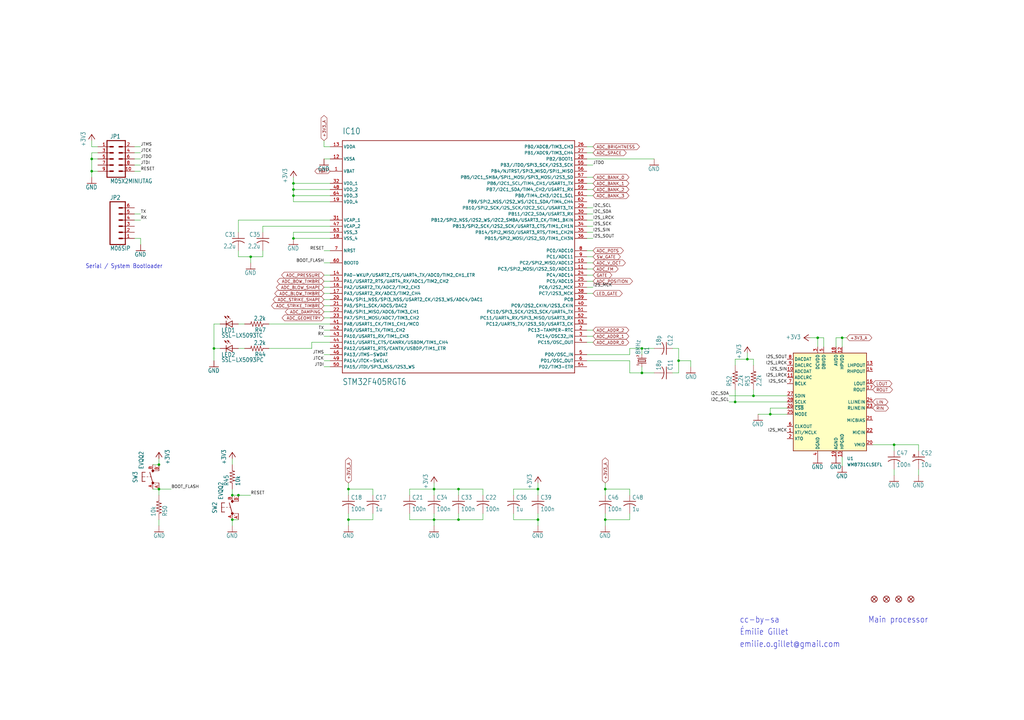
<source format=kicad_sch>
(kicad_sch (version 20211123) (generator eeschema)
  (paper "User" 425.45 299.161)
  (lib_symbols
    (symbol "Audio:WM8731CLSEFL"
      (property "Reference" "U" (at -13.97 21.59 0))
      (property "Value" "WM8731CLSEFL" (at 0 5.08 0))
      (symbol "WM8731CLSEFL_1_1"
        (pin input line (at -17.78 -12.7 0) (length 2.54) (name "XTI/MCLK") (number "1"))
        (pin output line (at -17.78 12.7 0) (length 2.54) (name "ADCDAT") (number "10"))
        (pin bidirectional line (at -17.78 10.16 0) (length 2.54) (name "ADCLRC") (number "11"))
        (pin power_in line (at 5.08 22.86 270) (length 2.54) (name "HPVDD") (number "12"))
        (pin output line (at 17.78 15.24 180) (length 2.54) (name "LHPOUT") (number "13"))
        (pin output line (at 17.78 12.7 180) (length 2.54) (name "RHPOUT") (number "14"))
        (pin power_in line (at 5.08 -22.86 90) (length 2.54) (name "HPGND") (number "15"))
        (pin output line (at 17.78 7.62 180) (length 2.54) (name "LOUT") (number "16"))
        (pin output line (at 17.78 5.08 180) (length 2.54) (name "ROUT") (number "17"))
        (pin power_in line (at 2.54 22.86 270) (length 2.54) (name "AVDD") (number "18"))
        (pin power_in line (at 2.54 -22.86 90) (length 2.54) (name "AGND") (number "19"))
        (pin output line (at -17.78 -15.24 0) (length 2.54) (name "XTO") (number "2"))
        (pin passive line (at 17.78 -17.78 180) (length 2.54) (name "VMID") (number "20"))
        (pin output line (at 17.78 -7.62 180) (length 2.54) (name "MICBIAS") (number "21"))
        (pin input line (at 17.78 -12.7 180) (length 2.54) (name "MICIN") (number "22"))
        (pin input line (at 17.78 -2.54 180) (length 2.54) (name "RLINEIN") (number "23"))
        (pin input line (at 17.78 0 180) (length 2.54) (name "LLINEIN") (number "24"))
        (pin input line (at -17.78 -5.08 0) (length 2.54) (name "MODE") (number "25"))
        (pin input line (at -17.78 -2.54 0) (length 2.54) (name "~{CSB}") (number "26"))
        (pin bidirectional line (at -17.78 2.54 0) (length 2.54) (name "SDIN") (number "27"))
        (pin input line (at -17.78 0 0) (length 2.54) (name "SCLK") (number "28"))
        (pin passive line (at 2.54 -22.86 90) (length 2.54) hide (name "AGND") (number "29"))
        (pin power_in line (at -5.08 22.86 270) (length 2.54) (name "DCVDD") (number "3"))
        (pin power_in line (at -5.08 -22.86 90) (length 2.54) (name "DGND") (number "4"))
        (pin power_in line (at -2.54 22.86 270) (length 2.54) (name "DBVDD") (number "5"))
        (pin output line (at -17.78 -10.16 0) (length 2.54) (name "CLKOUT") (number "6"))
        (pin bidirectional line (at -17.78 7.62 0) (length 2.54) (name "BCLK") (number "7"))
        (pin input line (at -17.78 17.78 0) (length 2.54) (name "DACDAT") (number "8"))
        (pin bidirectional line (at -17.78 15.24 0) (length 2.54) (name "DACLRC") (number "9"))
      )
    )
    (symbol "elements-eagle-import:+3V3" (power)
      (property "Value" "+3V3" (at -2.54 -5.08 90))
      (symbol "+3V3_1_0"
        (pin power_in line (at 0 -2.54 90) (length 2.54) (name "+3V3") (number "1"))
      )
    )
    (symbol "elements-eagle-import:C-USC0603"
      (property "Reference" "C" (at 1.016 0.635 0))
      (property "Value" "C-USC0603" (at 1.016 -4.191 0))
      (symbol "C-USC0603_1_0"
        (pin passive line (at 0 2.54 270) (length 2.54) (name "1") (number "1"))
        (pin passive line (at 0 -5.08 90) (length 2.54) (name "2") (number "2"))
      )
    )
    (symbol "elements-eagle-import:C-USC0805"
      (property "Reference" "C" (at 1.016 0.635 0))
      (property "Value" "C-USC0805" (at 1.016 -4.191 0))
      (symbol "C-USC0805_1_0"
        (pin passive line (at 0 2.54 270) (length 2.54) (name "1") (number "1"))
        (pin passive line (at 0 -5.08 90) (length 2.54) (name "2") (number "2"))
      )
    )
    (symbol "elements-eagle-import:CPOL-USB"
      (property "Reference" "C" (at 1.016 0.635 0))
      (property "Value" "CPOL-USB" (at 1.016 -4.191 0))
      (symbol "CPOL-USB_1_0"
        (pin passive line (at 0 2.54 270) (length 2.54) (name "+") (number "+"))
        (pin passive line (at 0 -5.08 90) (length 2.54) (name "-") (number "-"))
      )
    )
    (symbol "elements-eagle-import:CRYSTALHC49UP"
      (property "Reference" "Q" (at 2.54 1.016 0))
      (property "Value" "CRYSTALHC49UP" (at 2.54 -2.54 0))
      (symbol "CRYSTALHC49UP_1_0"
        (text "1" (at -2.159 -1.143 0) (effects (font (size 0.8636 0.734)) (justify left bottom)))
        (text "2" (at 1.524 -1.143 0) (effects (font (size 0.8636 0.734)) (justify left bottom)))
        (pin passive line (at -2.54 0 0) (length 0) (name "1") (number "1"))
        (pin passive line (at 2.54 0 180) (length 0) (name "2") (number "2"))
      )
    )
    (symbol "elements-eagle-import:EVQQ2"
      (property "Value" "EVQQ2" (at -3.81 3.175 90))
      (symbol "EVQQ2_1_0"
        (pin passive line (at 0 -5.08 90) (length 2.54) (name "P") (number "A"))
        (pin passive line (at 2.54 -5.08 90) (length 2.54) (name "P1") (number "A'"))
        (pin passive line (at 0 5.08 270) (length 2.54) (name "S") (number "B"))
        (pin passive line (at 2.54 5.08 270) (length 2.54) (name "S1") (number "B'"))
      )
    )
    (symbol "elements-eagle-import:FIDUCIAL1X2")
    (symbol "elements-eagle-import:GND" (power)
      (property "Value" "GND" (at -2.54 -2.54 0))
      (symbol "GND_1_0"
        (pin power_in line (at 0 2.54 270) (length 2.54) (name "GND") (number "1"))
      )
    )
    (symbol "elements-eagle-import:LED5MM"
      (property "Reference" "LED" (at 3.556 -4.572 90))
      (property "Value" "LED5MM" (at 5.715 -4.572 90))
      (symbol "LED5MM_1_0"
        (pin passive line (at 0 2.54 270) (length 2.54) (name "A") (number "A"))
        (pin passive line (at 0 -5.08 90) (length 2.54) (name "C") (number "K"))
      )
    )
    (symbol "elements-eagle-import:M05X2MINIJTAG"
      (property "Reference" "JP" (at -2.54 8.382 0))
      (property "Value" "M05X2MINIJTAG" (at -2.54 -10.16 0))
      (symbol "M05X2MINIJTAG_1_0"
        (pin passive line (at -7.62 5.08 0) (length 5.08) (name "1") (number "1"))
        (pin passive line (at 7.62 -5.08 180) (length 5.08) (name "10") (number "10"))
        (pin passive line (at 7.62 5.08 180) (length 5.08) (name "2") (number "2"))
        (pin passive line (at -7.62 2.54 0) (length 5.08) (name "3") (number "3"))
        (pin passive line (at 7.62 2.54 180) (length 5.08) (name "4") (number "4"))
        (pin passive line (at -7.62 0 0) (length 5.08) (name "5") (number "5"))
        (pin passive line (at 7.62 0 180) (length 5.08) (name "6") (number "6"))
        (pin passive line (at -7.62 -2.54 0) (length 5.08) (name "7") (number "7"))
        (pin passive line (at 7.62 -2.54 180) (length 5.08) (name "8") (number "8"))
        (pin passive line (at -7.62 -5.08 0) (length 5.08) (name "9") (number "9"))
      )
    )
    (symbol "elements-eagle-import:M06SIP"
      (property "Reference" "JP" (at -5.08 10.922 0))
      (property "Value" "M06SIP" (at -5.08 -10.16 0))
      (symbol "M06SIP_1_0"
        (pin passive line (at 5.08 -5.08 180) (length 5.08) (name "1") (number "1"))
        (pin passive line (at 5.08 -2.54 180) (length 5.08) (name "2") (number "2"))
        (pin passive line (at 5.08 0 180) (length 5.08) (name "3") (number "3"))
        (pin passive line (at 5.08 2.54 180) (length 5.08) (name "4") (number "4"))
        (pin passive line (at 5.08 5.08 180) (length 5.08) (name "5") (number "5"))
        (pin passive line (at 5.08 7.62 180) (length 5.08) (name "6") (number "6"))
      )
    )
    (symbol "elements-eagle-import:R-US_R0603"
      (property "Reference" "R" (at -3.81 1.4986 0))
      (property "Value" "R-US_R0603" (at -3.81 -3.302 0))
      (symbol "R-US_R0603_1_0"
        (pin passive line (at -5.08 0 0) (length 2.54) (name "1") (number "1"))
        (pin passive line (at 5.08 0 180) (length 2.54) (name "2") (number "2"))
      )
    )
    (symbol "elements-eagle-import:STM32F20X"
      (property "Reference" "UC" (at -48.26 50.8 0))
      (property "Value" "STM32F20X" (at -48.26 -53.34 0))
      (symbol "STM32F20X_1_0"
        (pin power_in line (at -53.34 35.56 0) (length 5.08) (name "VBAT") (number "1"))
        (pin bidirectional line (at 53.34 -2.54 180) (length 5.08) (name "PC2/SPI2_MISO/ADC12") (number "10"))
        (pin bidirectional line (at 53.34 -5.08 180) (length 5.08) (name "PC3/SPI2_MOSI/I2S2_SD/ADC13") (number "11"))
        (pin power_in line (at -53.34 40.64 0) (length 5.08) (name "VSSA") (number "12"))
        (pin power_in line (at -53.34 45.72 0) (length 5.08) (name "VDDA") (number "13"))
        (pin bidirectional line (at -53.34 -7.62 0) (length 5.08) (name "PA0-WKUP/USART2_CTS/UART4_TX/ADC0/TIM2_CH1_ETR") (number "14"))
        (pin bidirectional line (at -53.34 -10.16 0) (length 5.08) (name "PA1/USART2_RTS/UART4_RX/ADC1/TIM2_CH2") (number "15"))
        (pin bidirectional line (at -53.34 -12.7 0) (length 5.08) (name "PA2/USART2_TX/ADC2/TIM2_CH3") (number "16"))
        (pin bidirectional line (at -53.34 -15.24 0) (length 5.08) (name "PA3/USART2_RX/ADC3/TIM2_CH4") (number "17"))
        (pin power_in line (at -53.34 7.62 0) (length 5.08) (name "VSS_4") (number "18"))
        (pin power_in line (at -53.34 22.86 0) (length 5.08) (name "VDD_4") (number "19"))
        (pin bidirectional line (at 53.34 -30.48 180) (length 5.08) (name "PC13-TAMPER-RTC") (number "2"))
        (pin bidirectional line (at -53.34 -17.78 0) (length 5.08) (name "PA4/SPI1_NSS/SPI3_NSS/USART2_CK/I2S3_WS/ADC4/DAC1") (number "20"))
        (pin bidirectional line (at -53.34 -20.32 0) (length 5.08) (name "PA5/SPI1_SCK/ADC5/DAC2") (number "21"))
        (pin bidirectional line (at -53.34 -22.86 0) (length 5.08) (name "PA6/SPI1_MISO/ADC6/TIM3_CH1") (number "22"))
        (pin bidirectional line (at -53.34 -25.4 0) (length 5.08) (name "PA7/SPI1_MOSI/ADC7/TIM3_CH2") (number "23"))
        (pin bidirectional line (at 53.34 -7.62 180) (length 5.08) (name "PC4/ADC14") (number "24"))
        (pin bidirectional line (at 53.34 -10.16 180) (length 5.08) (name "PC5/ADC15") (number "25"))
        (pin bidirectional line (at 53.34 45.72 180) (length 5.08) (name "PB0/ADC8/TIM3_CH3") (number "26"))
        (pin bidirectional line (at 53.34 43.18 180) (length 5.08) (name "PB1/ADC9/TIM3_CH4") (number "27"))
        (pin bidirectional line (at 53.34 40.64 180) (length 5.08) (name "PB2/BOOT1") (number "28"))
        (pin bidirectional line (at 53.34 20.32 180) (length 5.08) (name "PB10/SPI2_SCK/I2S_SCK/I2C2_SCL/USART3_TX") (number "29"))
        (pin bidirectional line (at 53.34 -33.02 180) (length 5.08) (name "PC14/OSC32_IN") (number "3"))
        (pin bidirectional line (at 53.34 17.78 180) (length 5.08) (name "PB11/I2C2_SDA/USART3_RX") (number "30"))
        (pin power_in line (at -53.34 15.24 0) (length 5.08) (name "VCAP_1") (number "31"))
        (pin power_in line (at -53.34 30.48 0) (length 5.08) (name "VDD_1") (number "32"))
        (pin bidirectional line (at 53.34 15.24 180) (length 5.08) (name "PB12/SPI2_NSS/I2S2_WS/I2C2_SMBA/USART3_CK/TIM1_BKIN") (number "33"))
        (pin bidirectional line (at 53.34 12.7 180) (length 5.08) (name "PB13/SPI2_SCK/I2S2_SCK/USART3_CTS/TIM1_CH1N") (number "34"))
        (pin bidirectional line (at 53.34 10.16 180) (length 5.08) (name "PB14/SPI2_MISO/USART3_RTS/TIM1_CH2N") (number "35"))
        (pin bidirectional line (at 53.34 7.62 180) (length 5.08) (name "PB15/SPI2_MOSI/I2S2_SD/TIM1_CH3N") (number "36"))
        (pin bidirectional line (at 53.34 -12.7 180) (length 5.08) (name "PC6/I2S2_MCK") (number "37"))
        (pin bidirectional line (at 53.34 -15.24 180) (length 5.08) (name "PC7/I2S3_MCK") (number "38"))
        (pin bidirectional line (at 53.34 -17.78 180) (length 5.08) (name "PC8") (number "39"))
        (pin bidirectional line (at 53.34 -35.56 180) (length 5.08) (name "PC15/OSC_OUT") (number "4"))
        (pin bidirectional line (at 53.34 -20.32 180) (length 5.08) (name "PC9/I2S2_CKIN/I2S3_CKIN") (number "40"))
        (pin bidirectional line (at -53.34 -27.94 0) (length 5.08) (name "PA8/USART1_CK/TIM1_CH1/MCO") (number "41"))
        (pin bidirectional line (at -53.34 -30.48 0) (length 5.08) (name "PA9/USART1_TX/TIM1_CH2") (number "42"))
        (pin bidirectional line (at -53.34 -33.02 0) (length 5.08) (name "PA10/USART1_RX/TIM1_CH3") (number "43"))
        (pin bidirectional line (at -53.34 -35.56 0) (length 5.08) (name "PA11/USART1_CTS/CANRX/USBDM/TIM1_CH4") (number "44"))
        (pin bidirectional line (at -53.34 -38.1 0) (length 5.08) (name "PA12/USART1_RTS/CANTX/USBDP/TIM1_ETR") (number "45"))
        (pin bidirectional line (at -53.34 -40.64 0) (length 5.08) (name "PA13/JTMS-SWDAT") (number "46"))
        (pin power_in line (at -53.34 12.7 0) (length 5.08) (name "VCAP_2") (number "47"))
        (pin power_in line (at -53.34 27.94 0) (length 5.08) (name "VDD_2") (number "48"))
        (pin bidirectional line (at -53.34 -43.18 0) (length 5.08) (name "PA14/JTCK-SWCLK") (number "49"))
        (pin bidirectional line (at 53.34 -40.64 180) (length 5.08) (name "PD0/OSC_IN") (number "5"))
        (pin bidirectional line (at -53.34 -45.72 0) (length 5.08) (name "PA15/JTDI/SPI3_NSS/I2S3_WS") (number "50"))
        (pin bidirectional line (at 53.34 -22.86 180) (length 5.08) (name "PC10/SPI3_SCK/I2S3_SCK/UART4_TX") (number "51"))
        (pin bidirectional line (at 53.34 -25.4 180) (length 5.08) (name "PC11/UART4_RX/SPI3_MISO/USART3_RX") (number "52"))
        (pin bidirectional line (at 53.34 -27.94 180) (length 5.08) (name "PC12/UART5_TX/I2S3_SD/USART3_CK") (number "53"))
        (pin bidirectional line (at 53.34 -45.72 180) (length 5.08) (name "PD2/TIM3-ETR") (number "54"))
        (pin bidirectional line (at 53.34 38.1 180) (length 5.08) (name "PB3/JTDO/SPI3_SCK/I2S3_SCK") (number "55"))
        (pin bidirectional line (at 53.34 35.56 180) (length 5.08) (name "PB4/NJTRST/SPI3_MISO/SPI1_MISO") (number "56"))
        (pin bidirectional line (at 53.34 33.02 180) (length 5.08) (name "PB5/I2C1_SMBA/SPI1_MOSI/SPI3_MOSI/I2S3_SD") (number "57"))
        (pin bidirectional line (at 53.34 30.48 180) (length 5.08) (name "PB6/I2C1_SCL/TIM4_CH1/USART1_TX") (number "58"))
        (pin bidirectional line (at 53.34 27.94 180) (length 5.08) (name "PB7/I2C1_SDA/TIM4_CH2/USART1_RX") (number "59"))
        (pin bidirectional line (at 53.34 -43.18 180) (length 5.08) (name "PD1/OSC_OUT") (number "6"))
        (pin bidirectional line (at -53.34 -2.54 0) (length 5.08) (name "BOOT0") (number "60"))
        (pin bidirectional line (at 53.34 25.4 180) (length 5.08) (name "PB8/TIM4_CH3/I2C1_SCL") (number "61"))
        (pin bidirectional line (at 53.34 22.86 180) (length 5.08) (name "PB9/SPI2_NSS/I2S2_WS/I2C1_SDA/TIM4_CH4") (number "62"))
        (pin power_in line (at -53.34 10.16 0) (length 5.08) (name "VSS_3") (number "63"))
        (pin power_in line (at -53.34 25.4 0) (length 5.08) (name "VDD_3") (number "64"))
        (pin bidirectional line (at -53.34 2.54 0) (length 5.08) (name "NRST") (number "7"))
        (pin bidirectional line (at 53.34 2.54 180) (length 5.08) (name "PC0/ADC10") (number "8"))
        (pin bidirectional line (at 53.34 0 180) (length 5.08) (name "PC1/ADC11") (number "9"))
      )
    )
  )
  (junction (at 38.1 66.04))
  (junction (at 121.92 76.2))
  (junction (at 66.04 203.2))
  (junction (at 88.9 144.78))
  (junction (at 371.475 184.785))
  (junction (at 144.78 203.2))
  (junction (at 349.885 140.335))
  (junction (at 96.52 215.9))
  (junction (at 121.92 99.06))
  (junction (at 266.7 154.94))
  (junction (at 305.435 167.005))
  (junction (at 313.055 164.465))
  (junction (at 121.92 78.74))
  (junction (at 190.5 203.2))
  (junction (at 121.92 81.28))
  (junction (at 144.78 215.9))
  (junction (at 190.5 215.9))
  (junction (at 223.52 203.2))
  (junction (at 38.1 71.12))
  (junction (at 251.46 215.9))
  (junction (at 251.46 203.2))
  (junction (at 180.34 215.9))
  (junction (at 99.06 205.74))
  (junction (at 281.94 149.86))
  (junction (at 96.52 205.74))
  (junction (at 223.52 215.9))
  (junction (at 320.04 172.085))
  (junction (at 104.14 106.68))
  (junction (at 266.7 144.78))
  (junction (at 310.515 149.225))
  (junction (at 66.04 193.04))
  (junction (at 180.34 203.2))
  (junction (at 339.725 140.335))
  (wire (pts (xy 40.64 63.5) (xy 38.1 63.5)))
  (wire (pts (xy 96.52 215.9) (xy 96.52 218.44)))
  (wire (pts (xy 200.66 215.9) (xy 200.66 213.36)))
  (wire (pts (xy 251.46 213.36) (xy 251.46 215.9)))
  (wire (pts (xy 313.055 161.925) (xy 313.055 164.465)))
  (wire (pts (xy 55.88 99.06) (xy 58.42 99.06)))
  (wire (pts (xy 38.1 71.12) (xy 38.1 73.66)))
  (wire (pts (xy 302.895 164.465) (xy 313.055 164.465)))
  (wire (pts (xy 63.5 203.2) (xy 66.04 203.2)))
  (wire (pts (xy 223.52 213.36) (xy 223.52 215.9)))
  (wire (pts (xy 347.345 140.335) (xy 349.885 140.335)))
  (wire (pts (xy 243.84 76.2) (xy 246.38 76.2)))
  (wire (pts (xy 180.34 218.44) (xy 180.34 215.9)))
  (wire (pts (xy 96.52 205.74) (xy 99.06 205.74)))
  (wire (pts (xy 310.515 149.225) (xy 305.435 149.225)))
  (wire (pts (xy 144.78 213.36) (xy 144.78 215.9)))
  (wire (pts (xy 109.22 104.14) (xy 109.22 106.68)))
  (wire (pts (xy 66.04 205.74) (xy 66.04 203.2)))
  (wire (pts (xy 243.84 106.68) (xy 246.38 106.68)))
  (wire (pts (xy 281.94 144.78) (xy 281.94 149.86)))
  (wire (pts (xy 320.04 169.545) (xy 320.04 172.085)))
  (wire (pts (xy 371.475 194.945) (xy 371.475 197.485)))
  (wire (pts (xy 137.16 119.38) (xy 134.62 119.38)))
  (wire (pts (xy 339.725 140.335) (xy 336.55 140.335)))
  (wire (pts (xy 91.44 134.62) (xy 88.9 134.62)))
  (wire (pts (xy 190.5 203.2) (xy 190.5 205.74)))
  (wire (pts (xy 313.055 149.225) (xy 313.055 151.765)))
  (wire (pts (xy 213.36 203.2) (xy 223.52 203.2)))
  (wire (pts (xy 381.635 184.785) (xy 381.635 187.325)))
  (wire (pts (xy 243.84 111.76) (xy 246.38 111.76)))
  (wire (pts (xy 137.16 139.7) (xy 134.62 139.7)))
  (wire (pts (xy 271.78 154.94) (xy 266.7 154.94)))
  (wire (pts (xy 99.06 104.14) (xy 99.06 106.68)))
  (wire (pts (xy 281.94 149.86) (xy 281.94 154.94)))
  (wire (pts (xy 144.78 203.2) (xy 154.94 203.2)))
  (wire (pts (xy 55.88 68.58) (xy 58.42 68.58)))
  (wire (pts (xy 121.92 81.28) (xy 137.16 81.28)))
  (wire (pts (xy 137.16 60.96) (xy 134.62 60.96)))
  (wire (pts (xy 339.725 144.145) (xy 339.725 140.335)))
  (wire (pts (xy 200.66 203.2) (xy 200.66 205.74)))
  (wire (pts (xy 342.265 140.335) (xy 339.725 140.335)))
  (wire (pts (xy 243.84 78.74) (xy 246.38 78.74)))
  (wire (pts (xy 55.88 66.04) (xy 58.42 66.04)))
  (wire (pts (xy 99.06 106.68) (xy 104.14 106.68)))
  (wire (pts (xy 38.1 66.04) (xy 38.1 71.12)))
  (wire (pts (xy 109.22 96.52) (xy 109.22 93.98)))
  (wire (pts (xy 190.5 215.9) (xy 200.66 215.9)))
  (wire (pts (xy 55.88 91.44) (xy 58.42 91.44)))
  (wire (pts (xy 101.6 144.78) (xy 99.06 144.78)))
  (wire (pts (xy 170.18 213.36) (xy 170.18 215.9)))
  (wire (pts (xy 144.78 203.2) (xy 144.78 205.74)))
  (wire (pts (xy 66.04 203.2) (xy 71.12 203.2)))
  (wire (pts (xy 111.76 144.78) (xy 129.54 144.78)))
  (wire (pts (xy 137.16 152.4) (xy 134.62 152.4)))
  (wire (pts (xy 287.02 149.86) (xy 287.02 152.4)))
  (wire (pts (xy 281.94 154.94) (xy 279.4 154.94)))
  (wire (pts (xy 302.895 167.005) (xy 305.435 167.005)))
  (wire (pts (xy 320.04 172.085) (xy 327.025 172.085)))
  (wire (pts (xy 121.92 81.28) (xy 121.92 83.82)))
  (wire (pts (xy 129.54 144.78) (xy 129.54 142.24)))
  (wire (pts (xy 63.5 193.04) (xy 66.04 193.04)))
  (wire (pts (xy 266.7 154.94) (xy 261.62 154.94)))
  (wire (pts (xy 40.64 66.04) (xy 38.1 66.04)))
  (wire (pts (xy 243.84 86.36) (xy 246.38 86.36)))
  (wire (pts (xy 137.16 127) (xy 134.62 127)))
  (wire (pts (xy 96.52 215.9) (xy 99.06 215.9)))
  (wire (pts (xy 121.92 78.74) (xy 121.92 81.28)))
  (wire (pts (xy 305.435 149.225) (xy 305.435 151.765)))
  (wire (pts (xy 305.435 167.005) (xy 327.025 167.005)))
  (wire (pts (xy 243.84 139.7) (xy 246.38 139.7)))
  (wire (pts (xy 154.94 215.9) (xy 154.94 213.36)))
  (wire (pts (xy 266.7 154.94) (xy 266.7 152.4)))
  (wire (pts (xy 349.885 140.335) (xy 351.79 140.335)))
  (wire (pts (xy 170.18 203.2) (xy 180.34 203.2)))
  (wire (pts (xy 243.84 63.5) (xy 246.38 63.5)))
  (wire (pts (xy 243.84 121.92) (xy 246.38 121.92)))
  (wire (pts (xy 137.16 147.32) (xy 134.62 147.32)))
  (wire (pts (xy 88.9 134.62) (xy 88.9 144.78)))
  (wire (pts (xy 243.84 147.32) (xy 261.62 147.32)))
  (wire (pts (xy 223.52 203.2) (xy 223.52 205.74)))
  (wire (pts (xy 88.9 144.78) (xy 88.9 149.86)))
  (wire (pts (xy 243.84 104.14) (xy 246.38 104.14)))
  (wire (pts (xy 190.5 215.9) (xy 190.5 213.36)))
  (wire (pts (xy 180.34 213.36) (xy 180.34 215.9)))
  (wire (pts (xy 243.84 119.38) (xy 246.38 119.38)))
  (wire (pts (xy 180.34 215.9) (xy 190.5 215.9)))
  (wire (pts (xy 310.515 149.225) (xy 310.515 146.685)))
  (wire (pts (xy 213.36 215.9) (xy 223.52 215.9)))
  (wire (pts (xy 313.055 149.225) (xy 310.515 149.225)))
  (wire (pts (xy 137.16 104.14) (xy 134.62 104.14)))
  (wire (pts (xy 313.055 164.465) (xy 327.025 164.465)))
  (wire (pts (xy 349.885 189.865) (xy 349.885 193.675)))
  (wire (pts (xy 99.06 91.44) (xy 137.16 91.44)))
  (wire (pts (xy 261.62 203.2) (xy 261.62 205.74)))
  (wire (pts (xy 137.16 149.86) (xy 134.62 149.86)))
  (wire (pts (xy 243.84 68.58) (xy 246.38 68.58)))
  (wire (pts (xy 91.44 144.78) (xy 88.9 144.78)))
  (wire (pts (xy 121.92 83.82) (xy 137.16 83.82)))
  (wire (pts (xy 104.14 106.68) (xy 109.22 106.68)))
  (wire (pts (xy 96.52 190.5) (xy 96.52 193.04)))
  (wire (pts (xy 349.885 144.145) (xy 349.885 140.335)))
  (wire (pts (xy 261.62 144.78) (xy 266.7 144.78)))
  (wire (pts (xy 213.36 205.74) (xy 213.36 203.2)))
  (wire (pts (xy 121.92 78.74) (xy 137.16 78.74)))
  (wire (pts (xy 243.84 109.22) (xy 246.38 109.22)))
  (wire (pts (xy 134.62 60.96) (xy 134.62 58.42)))
  (wire (pts (xy 190.5 203.2) (xy 200.66 203.2)))
  (wire (pts (xy 251.46 215.9) (xy 261.62 215.9)))
  (wire (pts (xy 66.04 215.9) (xy 66.04 218.44)))
  (wire (pts (xy 137.16 116.84) (xy 134.62 116.84)))
  (wire (pts (xy 66.04 190.5) (xy 66.04 193.04)))
  (wire (pts (xy 327.025 169.545) (xy 320.04 169.545)))
  (wire (pts (xy 121.92 76.2) (xy 121.92 73.66)))
  (wire (pts (xy 55.88 88.9) (xy 58.42 88.9)))
  (wire (pts (xy 347.345 144.145) (xy 347.345 140.335)))
  (wire (pts (xy 137.16 137.16) (xy 134.62 137.16)))
  (wire (pts (xy 251.46 203.2) (xy 251.46 200.66)))
  (wire (pts (xy 243.84 60.96) (xy 246.38 60.96)))
  (wire (pts (xy 137.16 96.52) (xy 121.92 96.52)))
  (wire (pts (xy 261.62 215.9) (xy 261.62 213.36)))
  (wire (pts (xy 137.16 132.08) (xy 134.62 132.08)))
  (wire (pts (xy 243.84 137.16) (xy 246.38 137.16)))
  (wire (pts (xy 55.88 63.5) (xy 58.42 63.5)))
  (wire (pts (xy 38.1 63.5) (xy 38.1 66.04)))
  (wire (pts (xy 137.16 114.3) (xy 134.62 114.3)))
  (wire (pts (xy 371.475 184.785) (xy 381.635 184.785)))
  (wire (pts (xy 342.265 144.145) (xy 342.265 140.335)))
  (wire (pts (xy 281.94 149.86) (xy 287.02 149.86)))
  (wire (pts (xy 58.42 99.06) (xy 58.42 101.6)))
  (wire (pts (xy 144.78 200.66) (xy 144.78 203.2)))
  (wire (pts (xy 266.7 144.78) (xy 266.7 147.32)))
  (wire (pts (xy 55.88 71.12) (xy 58.42 71.12)))
  (wire (pts (xy 121.92 76.2) (xy 121.92 78.74)))
  (wire (pts (xy 99.06 205.74) (xy 104.14 205.74)))
  (wire (pts (xy 170.18 205.74) (xy 170.18 203.2)))
  (wire (pts (xy 243.84 88.9) (xy 246.38 88.9)))
  (wire (pts (xy 121.92 96.52) (xy 121.92 99.06)))
  (wire (pts (xy 104.14 109.22) (xy 104.14 106.68)))
  (wire (pts (xy 137.16 76.2) (xy 121.92 76.2)))
  (wire (pts (xy 243.84 73.66) (xy 246.38 73.66)))
  (wire (pts (xy 251.46 205.74) (xy 251.46 203.2)))
  (wire (pts (xy 137.16 124.46) (xy 134.62 124.46)))
  (wire (pts (xy 137.16 109.22) (xy 134.62 109.22)))
  (wire (pts (xy 170.18 215.9) (xy 180.34 215.9)))
  (wire (pts (xy 305.435 161.925) (xy 305.435 167.005)))
  (wire (pts (xy 251.46 215.9) (xy 251.46 218.44)))
  (wire (pts (xy 261.62 147.32) (xy 261.62 144.78)))
  (wire (pts (xy 99.06 96.52) (xy 99.06 91.44)))
  (wire (pts (xy 251.46 203.2) (xy 261.62 203.2)))
  (wire (pts (xy 40.64 60.96) (xy 38.1 60.96)))
  (wire (pts (xy 243.84 93.98) (xy 246.38 93.98)))
  (wire (pts (xy 314.96 172.085) (xy 320.04 172.085)))
  (wire (pts (xy 129.54 142.24) (xy 137.16 142.24)))
  (wire (pts (xy 261.62 149.86) (xy 243.84 149.86)))
  (wire (pts (xy 109.22 93.98) (xy 137.16 93.98)))
  (wire (pts (xy 243.84 114.3) (xy 246.38 114.3)))
  (wire (pts (xy 40.64 71.12) (xy 38.1 71.12)))
  (wire (pts (xy 101.6 134.62) (xy 99.06 134.62)))
  (wire (pts (xy 137.16 134.62) (xy 111.76 134.62)))
  (wire (pts (xy 223.52 215.9) (xy 223.52 218.44)))
  (wire (pts (xy 261.62 154.94) (xy 261.62 149.86)))
  (wire (pts (xy 154.94 203.2) (xy 154.94 205.74)))
  (wire (pts (xy 243.84 99.06) (xy 246.38 99.06)))
  (wire (pts (xy 180.34 203.2) (xy 180.34 200.66)))
  (wire (pts (xy 243.84 142.24) (xy 246.38 142.24)))
  (wire (pts (xy 96.52 203.2) (xy 96.52 205.74)))
  (wire (pts (xy 213.36 213.36) (xy 213.36 215.9)))
  (wire (pts (xy 371.475 184.785) (xy 371.475 187.325)))
  (wire (pts (xy 38.1 60.96) (xy 38.1 58.42)))
  (wire (pts (xy 180.34 205.74) (xy 180.34 203.2)))
  (wire (pts (xy 134.62 121.92) (xy 137.16 121.92)))
  (wire (pts (xy 137.16 66.04) (xy 134.62 66.04)))
  (wire (pts (xy 243.84 116.84) (xy 246.38 116.84)))
  (wire (pts (xy 279.4 144.78) (xy 281.94 144.78)))
  (wire (pts (xy 243.84 96.52) (xy 246.38 96.52)))
  (wire (pts (xy 223.52 200.66) (xy 223.52 203.2)))
  (wire (pts (xy 137.16 99.06) (xy 121.92 99.06)))
  (wire (pts (xy 144.78 215.9) (xy 154.94 215.9)))
  (wire (pts (xy 55.88 60.96) (xy 58.42 60.96)))
  (wire (pts (xy 144.78 215.9) (xy 144.78 218.44)))
  (wire (pts (xy 381.635 194.945) (xy 381.635 197.485)))
  (wire (pts (xy 243.84 91.44) (xy 246.38 91.44)))
  (wire (pts (xy 180.34 203.2) (xy 190.5 203.2)))
  (wire (pts (xy 271.78 144.78) (xy 266.7 144.78)))
  (wire (pts (xy 362.585 184.785) (xy 371.475 184.785)))
  (wire (pts (xy 243.84 66.04) (xy 271.78 66.04)))
  (wire (pts (xy 137.16 129.54) (xy 134.62 129.54)))
  (wire (pts (xy 243.84 81.28) (xy 246.38 81.28)))
  (text "Main processor" (at 360.68 259.08 180) (effects (font (size 2.54 2.159)) (justify left bottom)))
  (text "emilie.o.gillet@gmail.com" (at 307.34 269.24 180) (effects (font (size 2.54 2.159)) (justify left bottom)))
  (text "Émilie Gillet" (at 307.34 264.16 180) (effects (font (size 2.54 2.159)) (justify left bottom)))
  (text "Serial / System Bootloader" (at 35.56 111.76 180) (effects (font (size 1.778 1.5113)) (justify left bottom)))
  (text "cc-by-sa" (at 307.34 259.08 180) (effects (font (size 2.54 2.159)) (justify left bottom)))
  (label "RESET" (at 58.42 71.12 0) (effects (font (size 1.2446 1.2446))))
  (label "I2S_LRCK" (at 327.025 156.845 180) (effects (font (size 1.2446 1.2446))))
  (label "I2S_SIN" (at 246.38 96.52 0) (effects (font (size 1.2446 1.2446))))
  (label "RX" (at 134.62 139.7 180) (effects (font (size 1.2446 1.2446))))
  (label "JTMS" (at 58.42 60.96 0) (effects (font (size 1.2446 1.2446))))
  (label "I2S_SCK" (at 327.025 159.385 180) (effects (font (size 1.2446 1.2446))))
  (label "I2S_MCK" (at 246.38 119.38 0) (effects (font (size 1.2446 1.2446))))
  (label "I2S_SIN" (at 327.025 154.305 180) (effects (font (size 1.2446 1.2446))))
  (label "JTCK" (at 58.42 63.5 0) (effects (font (size 1.2446 1.2446))))
  (label "I2S_LRCK" (at 246.38 91.44 0) (effects (font (size 1.2446 1.2446))))
  (label "JTCK" (at 134.62 149.86 180) (effects (font (size 1.2446 1.2446))))
  (label "JTDO" (at 58.42 66.04 0) (effects (font (size 1.2446 1.2446))))
  (label "TX" (at 58.42 88.9 0) (effects (font (size 1.2446 1.2446))))
  (label "JTDO" (at 246.38 68.58 0) (effects (font (size 1.2446 1.2446))))
  (label "I2C_SDA" (at 302.895 164.465 180) (effects (font (size 1.2446 1.2446))))
  (label "I2S_LRCK" (at 327.025 151.765 180) (effects (font (size 1.2446 1.2446))))
  (label "I2C_SDA" (at 246.38 88.9 0) (effects (font (size 1.2446 1.2446))))
  (label "I2S_MCK" (at 327.025 179.705 180) (effects (font (size 1.2446 1.2446))))
  (label "TX" (at 134.62 137.16 180) (effects (font (size 1.2446 1.2446))))
  (label "JTDI" (at 58.42 68.58 0) (effects (font (size 1.2446 1.2446))))
  (label "BOOT_FLASH" (at 134.62 109.22 180) (effects (font (size 1.2446 1.2446))))
  (label "I2C_SCL" (at 302.895 167.005 180) (effects (font (size 1.2446 1.2446))))
  (label "JTMS" (at 134.62 147.32 180) (effects (font (size 1.2446 1.2446))))
  (label "RESET" (at 104.14 205.74 0) (effects (font (size 1.2446 1.2446))))
  (label "I2C_SCL" (at 246.38 86.36 0) (effects (font (size 1.2446 1.2446))))
  (label "BOOT_FLASH" (at 71.12 203.2 0) (effects (font (size 1.2446 1.2446))))
  (label "RX" (at 58.42 91.44 0) (effects (font (size 1.2446 1.2446))))
  (label "RESET" (at 134.62 104.14 180) (effects (font (size 1.2446 1.2446))))
  (label "I2S_SOUT" (at 246.38 99.06 0) (effects (font (size 1.2446 1.2446))))
  (label "I2S_SCK" (at 246.38 93.98 0) (effects (font (size 1.2446 1.2446))))
  (label "JTDI" (at 134.62 152.4 180) (effects (font (size 1.2446 1.2446))))
  (label "I2S_SOUT" (at 327.025 149.225 180) (effects (font (size 1.2446 1.2446))))
  (global_label "VBAT" (shape bidirectional) (at 137.16 71.12 180) (effects (font (size 1.016 1.016))) (property "Intersheet References" "${INTERSHEET_REFS}" (effects hide)))
  (global_label "ADC_BANK_1" (shape bidirectional) (at 246.38 76.2 0) (effects (font (size 1.2446 1.2446))) (property "Intersheet References" "${INTERSHEET_REFS}" (effects hide)))
  (global_label "+3V3_A" (shape bidirectional) (at 351.79 140.335 0) (effects (font (size 1.2446 1.2446))) (property "Intersheet References" "${INTERSHEET_REFS}" (effects hide)))
  (global_label "SW_GATE" (shape bidirectional) (at 246.38 106.68 0) (effects (font (size 1.2446 1.2446))) (property "Intersheet References" "${INTERSHEET_REFS}" (effects hide)))
  (global_label "ADC_V_OCT" (shape bidirectional) (at 246.38 109.22 0) (effects (font (size 1.2446 1.2446))) (property "Intersheet References" "${INTERSHEET_REFS}" (effects hide)))
  (global_label "ADC_FM" (shape bidirectional) (at 246.38 111.76 0) (effects (font (size 1.2446 1.2446))) (property "Intersheet References" "${INTERSHEET_REFS}" (effects hide)))
  (global_label "ADC_GEOMETRY" (shape bidirectional) (at 134.62 132.08 180) (effects (font (size 1.2446 1.2446))) (property "Intersheet References" "${INTERSHEET_REFS}" (effects hide)))
  (global_label "ADC_BOW_TIMBRE" (shape bidirectional) (at 134.62 116.84 180) (effects (font (size 1.2446 1.2446))) (property "Intersheet References" "${INTERSHEET_REFS}" (effects hide)))
  (global_label "ADC_BANK_3" (shape bidirectional) (at 246.38 81.28 0) (effects (font (size 1.2446 1.2446))) (property "Intersheet References" "${INTERSHEET_REFS}" (effects hide)))
  (global_label "ROUT" (shape bidirectional) (at 362.585 161.925 0) (effects (font (size 1.2446 1.2446))) (property "Intersheet References" "${INTERSHEET_REFS}" (effects hide)))
  (global_label "GATE" (shape bidirectional) (at 246.38 114.3 0) (effects (font (size 1.2446 1.2446))) (property "Intersheet References" "${INTERSHEET_REFS}" (effects hide)))
  (global_label "ADC_POTS" (shape bidirectional) (at 246.38 104.14 0) (effects (font (size 1.2446 1.2446))) (property "Intersheet References" "${INTERSHEET_REFS}" (effects hide)))
  (global_label "LOUT" (shape bidirectional) (at 362.585 159.385 0) (effects (font (size 1.2446 1.2446))) (property "Intersheet References" "${INTERSHEET_REFS}" (effects hide)))
  (global_label "ADC_ADDR_0" (shape bidirectional) (at 246.38 142.24 0) (effects (font (size 1.2446 1.2446))) (property "Intersheet References" "${INTERSHEET_REFS}" (effects hide)))
  (global_label "ADC_PRESSURE" (shape bidirectional) (at 134.62 114.3 180) (effects (font (size 1.2446 1.2446))) (property "Intersheet References" "${INTERSHEET_REFS}" (effects hide)))
  (global_label "ADC_BLOW_TIMBRE" (shape bidirectional) (at 134.62 121.92 180) (effects (font (size 1.2446 1.2446))) (property "Intersheet References" "${INTERSHEET_REFS}" (effects hide)))
  (global_label "+3V3_A" (shape bidirectional) (at 144.78 200.66 90) (effects (font (size 1.2446 1.2446))) (property "Intersheet References" "${INTERSHEET_REFS}" (effects hide)))
  (global_label "ADC_BANK_0" (shape bidirectional) (at 246.38 73.66 0) (effects (font (size 1.2446 1.2446))) (property "Intersheet References" "${INTERSHEET_REFS}" (effects hide)))
  (global_label "ADC_DAMPING" (shape bidirectional) (at 134.62 129.54 180) (effects (font (size 1.2446 1.2446))) (property "Intersheet References" "${INTERSHEET_REFS}" (effects hide)))
  (global_label "ADC_BRIGHTNESS" (shape bidirectional) (at 246.38 60.96 0) (effects (font (size 1.2446 1.2446))) (property "Intersheet References" "${INTERSHEET_REFS}" (effects hide)))
  (global_label "ADC_ADDR_1" (shape bidirectional) (at 246.38 139.7 0) (effects (font (size 1.2446 1.2446))) (property "Intersheet References" "${INTERSHEET_REFS}" (effects hide)))
  (global_label "ADC_STRIKE_TIMBRE" (shape bidirectional) (at 134.62 127 180) (effects (font (size 1.2446 1.2446))) (property "Intersheet References" "${INTERSHEET_REFS}" (effects hide)))
  (global_label "ADC_BANK_2" (shape bidirectional) (at 246.38 78.74 0) (effects (font (size 1.2446 1.2446))) (property "Intersheet References" "${INTERSHEET_REFS}" (effects hide)))
  (global_label "ADC_POSITION" (shape bidirectional) (at 246.38 116.84 0) (effects (font (size 1.2446 1.2446))) (property "Intersheet References" "${INTERSHEET_REFS}" (effects hide)))
  (global_label "+3V3_A" (shape bidirectional) (at 134.62 58.42 90) (effects (font (size 1.2446 1.2446))) (property "Intersheet References" "${INTERSHEET_REFS}" (effects hide)))
  (global_label "RIN" (shape bidirectional) (at 362.585 169.545 0) (effects (font (size 1.2446 1.2446))) (property "Intersheet References" "${INTERSHEET_REFS}" (effects hide)))
  (global_label "ADC_STRIKE_SHAPE" (shape bidirectional) (at 134.62 124.46 180) (effects (font (size 1.2446 1.2446))) (property "Intersheet References" "${INTERSHEET_REFS}" (effects hide)))
  (global_label "LIN" (shape bidirectional) (at 362.585 167.005 0) (effects (font (size 1.2446 1.2446))) (property "Intersheet References" "${INTERSHEET_REFS}" (effects hide)))
  (global_label "ADC_BLOW_SHAPE" (shape bidirectional) (at 134.62 119.38 180) (effects (font (size 1.2446 1.2446))) (property "Intersheet References" "${INTERSHEET_REFS}" (effects hide)))
  (global_label "ADC_ADDR_2" (shape bidirectional) (at 246.38 137.16 0) (effects (font (size 1.2446 1.2446))) (property "Intersheet References" "${INTERSHEET_REFS}" (effects hide)))
  (global_label "LED_GATE" (shape bidirectional) (at 246.38 121.92 0) (effects (font (size 1.2446 1.2446))) (property "Intersheet References" "${INTERSHEET_REFS}" (effects hide)))
  (global_label "+3V3_A" (shape bidirectional) (at 251.46 200.66 90) (effects (font (size 1.2446 1.2446))) (property "Intersheet References" "${INTERSHEET_REFS}" (effects hide)))
  (global_label "ADC_SPACE" (shape bidirectional) (at 246.38 63.5 0) (effects (font (size 1.2446 1.2446))) (property "Intersheet References" "${INTERSHEET_REFS}" (effects hide)))
  (symbol (lib_id "elements-eagle-import:EVQQ2") (at 63.5 198.12 0) (unit 1)
    (property "Reference" "SW3" (at 57.15 200.66 90) (effects (font (size 1.778 1.5113)) (justify left bottom)))
    (property "Value" "EVQQ2" (at 59.69 194.945 90) (effects (font (size 1.778 1.5113)) (justify left bottom)))
    (property "Footprint" "elements:EVQ-Q2" (effects hide))
  )
  (symbol (lib_id "elements-eagle-import:R-US_R0603") (at 96.52 198.12 90) (unit 1)
    (property "Reference" "R45" (at 95.0214 201.93 0) (effects (font (size 1.778 1.5113)) (justify left bottom)))
    (property "Value" "10k" (at 99.822 201.93 0) (effects (font (size 1.778 1.5113)) (justify left bottom)))
    (property "Footprint" "elements:R0603" (effects hide))
  )
  (symbol (lib_id "elements-eagle-import:FIDUCIAL1X2") (at 373.38 248.92 0) (unit 1)
    (property "Reference" "F2" (effects hide))
    (property "Value" "FIDUCIAL1X2" (effects hide))
    (property "Footprint" "elements:FIDUCIAL-1X2" (effects hide))
  )
  (symbol (lib_id "elements-eagle-import:GND") (at 371.475 200.025 0) (unit 1)
    (property "Reference" "#GND020" (effects hide))
    (property "Value" "GND" (at 368.935 202.565 0) (effects (font (size 1.778 1.5113)) (justify left bottom)))
    (property "Footprint" "elements:" (effects hide))
  )
  (symbol (lib_id "elements-eagle-import:C-USC0603") (at 200.66 208.28 0) (unit 1)
    (property "Reference" "C22" (at 201.676 207.645 0) (effects (font (size 1.778 1.5113)) (justify left bottom)))
    (property "Value" "100n" (at 201.676 212.471 0) (effects (font (size 1.778 1.5113)) (justify left bottom)))
    (property "Footprint" "elements:C0603" (effects hide))
  )
  (symbol (lib_id "elements-eagle-import:C-USC0805") (at 109.22 99.06 0) (mirror y) (unit 1)
    (property "Reference" "C35" (at 108.204 98.425 0) (effects (font (size 1.778 1.5113)) (justify left bottom)))
    (property "Value" "2.2u" (at 108.204 103.251 0) (effects (font (size 1.778 1.5113)) (justify left bottom)))
    (property "Footprint" "elements:C0805" (effects hide))
  )
  (symbol (lib_id "elements-eagle-import:FIDUCIAL1X2") (at 368.3 248.92 0) (unit 1)
    (property "Reference" "F3" (effects hide))
    (property "Value" "FIDUCIAL1X2" (effects hide))
    (property "Footprint" "elements:FIDUCIAL-1X2" (effects hide))
  )
  (symbol (lib_id "elements-eagle-import:GND") (at 180.34 220.98 0) (unit 1)
    (property "Reference" "#GND05" (effects hide))
    (property "Value" "GND" (at 177.8 223.52 0) (effects (font (size 1.778 1.5113)) (justify left bottom)))
    (property "Footprint" "elements:" (effects hide))
  )
  (symbol (lib_id "elements-eagle-import:GND") (at 96.52 220.98 0) (unit 1)
    (property "Reference" "#GND059" (effects hide))
    (property "Value" "GND" (at 93.98 223.52 0) (effects (font (size 1.778 1.5113)) (justify left bottom)))
    (property "Footprint" "elements:" (effects hide))
  )
  (symbol (lib_id "elements-eagle-import:R-US_R0603") (at 66.04 210.82 270) (mirror x) (unit 1)
    (property "Reference" "R50" (at 67.5386 214.63 0) (effects (font (size 1.778 1.5113)) (justify left bottom)))
    (property "Value" "10k" (at 62.738 214.63 0) (effects (font (size 1.778 1.5113)) (justify left bottom)))
    (property "Footprint" "elements:R0603" (effects hide))
  )
  (symbol (lib_id "elements-eagle-import:+3V3") (at 223.52 198.12 0) (unit 1)
    (property "Reference" "#+3V05" (effects hide))
    (property "Value" "+3V3" (at 220.98 203.2 90) (effects (font (size 1.778 1.5113)) (justify left bottom)))
    (property "Footprint" "elements:" (effects hide))
  )
  (symbol (lib_id "elements-eagle-import:GND") (at 339.725 192.405 0) (unit 1)
    (property "Reference" "#GND0104" (effects hide))
    (property "Value" "GND" (at 337.185 194.945 0) (effects (font (size 1.778 1.5113)) (justify left bottom)))
    (property "Footprint" "elements:" (effects hide))
  )
  (symbol (lib_id "elements-eagle-import:+3V3") (at 334.01 140.335 90) (unit 1)
    (property "Reference" "#+3V0101" (effects hide))
    (property "Value" "+3V3" (at 332.74 139.065 90) (effects (font (size 1.778 1.5113)) (justify left bottom)))
    (property "Footprint" "elements:" (effects hide))
  )
  (symbol (lib_id "elements-eagle-import:EVQQ2") (at 96.52 210.82 0) (unit 1)
    (property "Reference" "SW2" (at 90.17 213.36 90) (effects (font (size 1.778 1.5113)) (justify left bottom)))
    (property "Value" "EVQQ2" (at 92.71 207.645 90) (effects (font (size 1.778 1.5113)) (justify left bottom)))
    (property "Footprint" "elements:EVQ-Q2" (effects hide))
  )
  (symbol (lib_id "elements-eagle-import:C-USC0603") (at 261.62 208.28 0) (unit 1)
    (property "Reference" "C48" (at 262.636 207.645 0) (effects (font (size 1.778 1.5113)) (justify left bottom)))
    (property "Value" "1u" (at 262.636 212.471 0) (effects (font (size 1.778 1.5113)) (justify left bottom)))
    (property "Footprint" "elements:C0603" (effects hide))
  )
  (symbol (lib_id "elements-eagle-import:FIDUCIAL1X2") (at 378.46 248.92 0) (unit 1)
    (property "Reference" "F4" (effects hide))
    (property "Value" "FIDUCIAL1X2" (effects hide))
    (property "Footprint" "elements:FIDUCIAL-1X2" (effects hide))
  )
  (symbol (lib_id "elements-eagle-import:GND") (at 144.78 220.98 0) (unit 1)
    (property "Reference" "#GND065" (effects hide))
    (property "Value" "GND" (at 142.24 223.52 0) (effects (font (size 1.778 1.5113)) (justify left bottom)))
    (property "Footprint" "elements:" (effects hide))
  )
  (symbol (lib_id "elements-eagle-import:GND") (at 104.14 111.76 0) (unit 1)
    (property "Reference" "#GND055" (effects hide))
    (property "Value" "GND" (at 101.6 114.3 0) (effects (font (size 1.778 1.5113)) (justify left bottom)))
    (property "Footprint" "elements:" (effects hide))
  )
  (symbol (lib_id "elements-eagle-import:C-USC0805") (at 99.06 99.06 0) (mirror y) (unit 1)
    (property "Reference" "C31" (at 98.044 98.425 0) (effects (font (size 1.778 1.5113)) (justify left bottom)))
    (property "Value" "2.2u" (at 98.044 103.251 0) (effects (font (size 1.778 1.5113)) (justify left bottom)))
    (property "Footprint" "elements:C0805" (effects hide))
  )
  (symbol (lib_id "elements-eagle-import:GND") (at 38.1 76.2 0) (unit 1)
    (property "Reference" "#GND067" (effects hide))
    (property "Value" "GND" (at 35.56 78.74 0) (effects (font (size 1.778 1.5113)) (justify left bottom)))
    (property "Footprint" "elements:" (effects hide))
  )
  (symbol (lib_id "elements-eagle-import:GND") (at 58.42 104.14 0) (unit 1)
    (property "Reference" "#GND061" (effects hide))
    (property "Value" "GND" (at 55.88 106.68 0) (effects (font (size 1.778 1.5113)) (justify left bottom)))
    (property "Footprint" "elements:" (effects hide))
  )
  (symbol (lib_id "elements-eagle-import:M06SIP") (at 50.8 93.98 0) (unit 1)
    (property "Reference" "JP2" (at 45.72 83.058 0) (effects (font (size 1.778 1.5113)) (justify left bottom)))
    (property "Value" "M06SIP" (at 45.72 104.14 0) (effects (font (size 1.778 1.5113)) (justify left bottom)))
    (property "Footprint" "elements:1X06" (effects hide))
  )
  (symbol (lib_id "elements-eagle-import:GND") (at 347.345 192.405 0) (unit 1)
    (property "Reference" "#GND0107" (effects hide))
    (property "Value" "GND" (at 344.805 194.945 0) (effects (font (size 1.778 1.5113)) (justify left bottom)))
    (property "Footprint" "elements:" (effects hide))
  )
  (symbol (lib_id "elements-eagle-import:C-USC0603") (at 371.475 189.865 0) (unit 1)
    (property "Reference" "C47" (at 372.491 189.23 0) (effects (font (size 1.778 1.5113)) (justify left bottom)))
    (property "Value" "100n" (at 372.491 194.056 0) (effects (font (size 1.778 1.5113)) (justify left bottom)))
    (property "Footprint" "elements:C0603" (effects hide))
  )
  (symbol (lib_id "elements-eagle-import:R-US_R0603") (at 305.435 156.845 90) (unit 1)
    (property "Reference" "R52" (at 303.9364 160.655 0) (effects (font (size 1.778 1.5113)) (justify left bottom)))
    (property "Value" "2.2k" (at 308.737 160.655 0) (effects (font (size 1.778 1.5113)) (justify left bottom)))
    (property "Footprint" "elements:R0603" (effects hide))
  )
  (symbol (lib_id "elements-eagle-import:+3V3") (at 180.34 198.12 0) (unit 1)
    (property "Reference" "#+3V08" (effects hide))
    (property "Value" "+3V3" (at 177.8 203.2 90) (effects (font (size 1.778 1.5113)) (justify left bottom)))
    (property "Footprint" "elements:" (effects hide))
  )
  (symbol (lib_id "elements-eagle-import:+3V3") (at 96.52 187.96 0) (unit 1)
    (property "Reference" "#+3V04" (effects hide))
    (property "Value" "+3V3" (at 93.98 193.04 90) (effects (font (size 1.778 1.5113)) (justify left bottom)))
    (property "Footprint" "elements:" (effects hide))
  )
  (symbol (lib_id "elements-eagle-import:C-USC0603") (at 223.52 208.28 0) (unit 1)
    (property "Reference" "C39" (at 224.536 207.645 0) (effects (font (size 1.778 1.5113)) (justify left bottom)))
    (property "Value" "100n" (at 224.536 212.471 0) (effects (font (size 1.778 1.5113)) (justify left bottom)))
    (property "Footprint" "elements:C0603" (effects hide))
  )
  (symbol (lib_id "elements-eagle-import:C-USC0603") (at 144.78 208.28 0) (unit 1)
    (property "Reference" "C18" (at 145.796 207.645 0) (effects (font (size 1.778 1.5113)) (justify left bottom)))
    (property "Value" "100n" (at 145.796 212.471 0) (effects (font (size 1.778 1.5113)) (justify left bottom)))
    (property "Footprint" "elements:C0603" (effects hide))
  )
  (symbol (lib_id "elements-eagle-import:C-USC0603") (at 251.46 208.28 0) (unit 1)
    (property "Reference" "C46" (at 252.476 207.645 0) (effects (font (size 1.778 1.5113)) (justify left bottom)))
    (property "Value" "100n" (at 252.476 212.471 0) (effects (font (size 1.778 1.5113)) (justify left bottom)))
    (property "Footprint" "elements:C0603" (effects hide))
  )
  (symbol (lib_id "elements-eagle-import:C-USC0603") (at 276.86 144.78 270) (mirror x) (unit 1)
    (property "Reference" "C12" (at 277.495 143.764 0) (effects (font (size 1.778 1.5113)) (justify left bottom)))
    (property "Value" "18p" (at 272.669 143.764 0) (effects (font (size 1.778 1.5113)) (justify left bottom)))
    (property "Footprint" "elements:C0603" (effects hide))
  )
  (symbol (lib_id "elements-eagle-import:STM32F20X") (at 190.5 106.68 0) (unit 1)
    (property "Reference" "IC10" (at 142.24 55.88 0) (effects (font (size 2.54 2.159)) (justify left bottom)))
    (property "Value" "STM32F405RGT6" (at 142.24 160.02 0) (effects (font (size 2.54 2.159)) (justify left bottom)))
    (property "Footprint" "elements:TQFP-10X10-64" (effects hide))
  )
  (symbol (lib_id "elements-eagle-import:CRYSTALHC49UP") (at 266.7 149.86 270) (mirror x) (unit 1)
    (property "Reference" "Q1" (at 267.716 147.32 0) (effects (font (size 1.778 1.5113)) (justify left bottom)))
    (property "Value" "8MHz" (at 264.16 147.32 0) (effects (font (size 1.778 1.5113)) (justify left bottom)))
    (property "Footprint" "elements:HC49UP" (effects hide))
  )
  (symbol (lib_id "elements-eagle-import:GND") (at 314.96 174.625 0) (unit 1)
    (property "Reference" "#GND0108" (effects hide))
    (property "Value" "GND" (at 312.42 177.165 0) (effects (font (size 1.778 1.5113)) (justify left bottom)))
    (property "Footprint" "elements:" (effects hide))
  )
  (symbol (lib_id "elements-eagle-import:+3V3") (at 121.92 71.12 0) (unit 1)
    (property "Reference" "#+3V013" (effects hide))
    (property "Value" "+3V3" (at 119.38 76.2 90) (effects (font (size 1.778 1.5113)) (justify left bottom)))
    (property "Footprint" "elements:" (effects hide))
  )
  (symbol (lib_id "Audio:WM8731CLSEFL") (at 344.805 167.005 0) (unit 1)
    (property "Reference" "U1" (at 351.9044 190.5 0) (effects (justify left)))
    (property "Value" "WM8731CLSEFL" (at 351.9044 193.04 0) (effects (justify left)))
    (property "Footprint" "Package_DFN_QFN:QFN-28-1EP_5x5mm_P0.5mm_EP3.35x3.35mm" (effects hide))
    (property "Datasheet" "https://statics.cirrus.com/pubs/proDatasheet/WM8731_v4.9.pdf" (effects hide))
  )
  (symbol (lib_id "elements-eagle-import:+3V3") (at 38.1 55.88 0) (unit 1)
    (property "Reference" "#+3V011" (effects hide))
    (property "Value" "+3V3" (at 35.56 60.96 90) (effects (font (size 1.778 1.5113)) (justify left bottom)))
    (property "Footprint" "elements:" (effects hide))
  )
  (symbol (lib_id "elements-eagle-import:+3V3") (at 310.515 144.145 0) (unit 1)
    (property "Reference" "#+3V06" (effects hide))
    (property "Value" "+3V3" (at 307.975 149.225 90) (effects (font (size 1.778 1.5113)) (justify left bottom)))
    (property "Footprint" "elements:" (effects hide))
  )
  (symbol (lib_id "elements-eagle-import:C-USC0603") (at 180.34 208.28 0) (unit 1)
    (property "Reference" "C34" (at 181.356 207.645 0) (effects (font (size 1.778 1.5113)) (justify left bottom)))
    (property "Value" "100n" (at 181.356 212.471 0) (effects (font (size 1.778 1.5113)) (justify left bottom)))
    (property "Footprint" "elements:C0603" (effects hide))
  )
  (symbol (lib_id "elements-eagle-import:GND") (at 134.62 68.58 0) (unit 1)
    (property "Reference" "#GND023" (effects hide))
    (property "Value" "GND" (at 132.08 71.12 0) (effects (font (size 1.778 1.5113)) (justify left bottom)))
    (property "Footprint" "elements:" (effects hide))
  )
  (symbol (lib_id "elements-eagle-import:GND") (at 66.04 220.98 0) (mirror y) (unit 1)
    (property "Reference" "#GND058" (effects hide))
    (property "Value" "GND" (at 68.58 223.52 0) (effects (font (size 1.778 1.5113)) (justify left bottom)))
    (property "Footprint" "elements:" (effects hide))
  )
  (symbol (lib_id "elements-eagle-import:C-USC0603") (at 276.86 154.94 270) (mirror x) (unit 1)
    (property "Reference" "C11" (at 277.495 153.924 0) (effects (font (size 1.778 1.5113)) (justify left bottom)))
    (property "Value" "18p" (at 272.669 153.924 0) (effects (font (size 1.778 1.5113)) (justify left bottom)))
    (property "Footprint" "elements:C0603" (effects hide))
  )
  (symbol (lib_id "elements-eagle-import:GND") (at 121.92 101.6 0) (unit 1)
    (property "Reference" "#GND040" (effects hide))
    (property "Value" "GND" (at 119.38 104.14 0) (effects (font (size 1.778 1.5113)) (justify left bottom)))
    (property "Footprint" "elements:" (effects hide))
  )
  (symbol (lib_id "elements-eagle-import:R-US_R0603") (at 313.055 156.845 90) (unit 1)
    (property "Reference" "R53" (at 311.5564 160.655 0) (effects (font (size 1.778 1.5113)) (justify left bottom)))
    (property "Value" "2.2k" (at 316.357 160.655 0) (effects (font (size 1.778 1.5113)) (justify left bottom)))
    (property "Footprint" "elements:R0603" (effects hide))
  )
  (symbol (lib_id "elements-eagle-import:LED5MM") (at 96.52 134.62 270) (unit 1)
    (property "Reference" "LED1" (at 91.948 138.176 90) (effects (font (size 1.778 1.5113)) (justify left bottom)))
    (property "Value" "SSL-LX5093TC" (at 91.948 140.335 90) (effects (font (size 1.778 1.5113)) (justify left bottom)))
    (property "Footprint" "elements:LED5MM" (effects hide))
  )
  (symbol (lib_id "elements-eagle-import:C-USC0603") (at 213.36 208.28 0) (unit 1)
    (property "Reference" "C36" (at 214.376 207.645 0) (effects (font (size 1.778 1.5113)) (justify left bottom)))
    (property "Value" "1u" (at 214.376 212.471 0) (effects (font (size 1.778 1.5113)) (justify left bottom)))
    (property "Footprint" "elements:C0603" (effects hide))
  )
  (symbol (lib_id "elements-eagle-import:GND") (at 251.46 220.98 0) (unit 1)
    (property "Reference" "#GND019" (effects hide))
    (property "Value" "GND" (at 248.92 223.52 0) (effects (font (size 1.778 1.5113)) (justify left bottom)))
    (property "Footprint" "elements:" (effects hide))
  )
  (symbol (lib_id "elements-eagle-import:FIDUCIAL1X2") (at 363.22 248.92 0) (unit 1)
    (property "Reference" "F1" (effects hide))
    (property "Value" "FIDUCIAL1X2" (effects hide))
    (property "Footprint" "elements:FIDUCIAL-1X2" (effects hide))
  )
  (symbol (lib_id "elements-eagle-import:GND") (at 349.885 196.215 0) (unit 1)
    (property "Reference" "#GND0109" (effects hide))
    (property "Value" "GND" (at 347.345 198.755 0) (effects (font (size 1.778 1.5113)) (justify left bottom)))
    (property "Footprint" "elements:" (effects hide))
  )
  (symbol (lib_id "elements-eagle-import:C-USC0603") (at 170.18 208.28 0) (unit 1)
    (property "Reference" "C21" (at 171.196 207.645 0) (effects (font (size 1.778 1.5113)) (justify left bottom)))
    (property "Value" "100n" (at 171.196 212.471 0) (effects (font (size 1.778 1.5113)) (justify left bottom)))
    (property "Footprint" "elements:C0603" (effects hide))
  )
  (symbol (lib_id "elements-eagle-import:C-USC0603") (at 190.5 208.28 0) (unit 1)
    (property "Reference" "C33" (at 191.516 207.645 0) (effects (font (size 1.778 1.5113)) (justify left bottom)))
    (property "Value" "100n" (at 191.516 212.471 0) (effects (font (size 1.778 1.5113)) (justify left bottom)))
    (property "Footprint" "elements:C0603" (effects hide))
  )
  (symbol (lib_id "elements-eagle-import:GND") (at 223.52 220.98 0) (unit 1)
    (property "Reference" "#GND018" (effects hide))
    (property "Value" "GND" (at 220.98 223.52 0) (effects (font (size 1.778 1.5113)) (justify left bottom)))
    (property "Footprint" "elements:" (effects hide))
  )
  (symbol (lib_id "elements-eagle-import:CPOL-USB") (at 381.635 189.865 0) (unit 1)
    (property "Reference" "C52" (at 382.651 189.23 0) (effects (font (size 1.778 1.5113)) (justify left bottom)))
    (property "Value" "10u" (at 382.651 194.056 0) (effects (font (size 1.778 1.5113)) (justify left bottom)))
    (property "Footprint" "elements:PANASONIC_B" (effects hide))
  )
  (symbol (lib_id "elements-eagle-import:R-US_R0603") (at 106.68 134.62 180) (unit 1)
    (property "Reference" "R47" (at 110.49 136.1186 0) (effects (font (size 1.778 1.5113)) (justify left bottom)))
    (property "Value" "2.2k" (at 110.49 131.318 0) (effects (font (size 1.778 1.5113)) (justify left bottom)))
    (property "Footprint" "elements:R0603" (effects hide))
  )
  (symbol (lib_id "elements-eagle-import:GND") (at 271.78 68.58 0) (unit 1)
    (property "Reference" "#GND057" (effects hide))
    (property "Value" "GND" (at 269.24 71.12 0) (effects (font (size 1.778 1.5113)) (justify left bottom)))
    (property "Footprint" "elements:" (effects hide))
  )
  (symbol (lib_id "elements-eagle-import:LED5MM") (at 96.52 144.78 270) (unit 1)
    (property "Reference" "LED2" (at 91.948 148.336 90) (effects (font (size 1.778 1.5113)) (justify left bottom)))
    (property "Value" "SSL-LX5093PC" (at 91.948 150.495 90) (effects (font (size 1.778 1.5113)) (justify left bottom)))
    (property "Footprint" "elements:LED5MM" (effects hide))
  )
  (symbol (lib_id "elements-eagle-import:GND") (at 88.9 152.4 0) (unit 1)
    (property "Reference" "#GND0102" (effects hide))
    (property "Value" "GND" (at 86.36 154.94 0) (effects (font (size 1.778 1.5113)) (justify left bottom)))
    (property "Footprint" "elements:" (effects hide))
  )
  (symbol (lib_id "elements-eagle-import:R-US_R0603") (at 106.68 144.78 180) (unit 1)
    (property "Reference" "R44" (at 110.49 146.2786 0) (effects (font (size 1.778 1.5113)) (justify left bottom)))
    (property "Value" "2.2k" (at 110.49 141.478 0) (effects (font (size 1.778 1.5113)) (justify left bottom)))
    (property "Footprint" "elements:R0603" (effects hide))
  )
  (symbol (lib_id "elements-eagle-import:GND") (at 381.635 200.025 0) (unit 1)
    (property "Reference" "#GND021" (effects hide))
    (property "Value" "GND" (at 379.095 202.565 0) (effects (font (size 1.778 1.5113)) (justify left bottom)))
    (property "Footprint" "elements:" (effects hide))
  )
  (symbol (lib_id "elements-eagle-import:C-USC0603") (at 154.94 208.28 0) (unit 1)
    (property "Reference" "C17" (at 155.956 207.645 0) (effects (font (size 1.778 1.5113)) (justify left bottom)))
    (property "Value" "1u" (at 155.956 212.471 0) (effects (font (size 1.778 1.5113)) (justify left bottom)))
    (property "Footprint" "elements:C0603" (effects hide))
  )
  (symbol (lib_id "elements-eagle-import:M05X2MINIJTAG") (at 48.26 66.04 0) (unit 1)
    (property "Reference" "JP1" (at 45.72 57.658 0) (effects (font (size 1.778 1.5113)) (justify left bottom)))
    (property "Value" "M05X2MINIJTAG" (at 45.72 76.2 0) (effects (font (size 1.778 1.5113)) (justify left bottom)))
    (property "Footprint" "elements:2X5-1.27" (effects hide))
  )
  (symbol (lib_id "elements-eagle-import:+3V3") (at 66.04 187.96 0) (mirror y) (unit 1)
    (property "Reference" "#+3V03" (effects hide))
    (property "Value" "+3V3" (at 68.58 193.04 90) (effects (font (size 1.778 1.5113)) (justify left bottom)))
    (property "Footprint" "elements:" (effects hide))
  )
  (symbol (lib_id "elements-eagle-import:GND") (at 287.02 154.94 0) (mirror y) (unit 1)
    (property "Reference" "#GND056" (effects hide))
    (property "Value" "GND" (at 289.56 157.48 0) (effects (font (size 1.778 1.5113)) (justify left bottom)))
    (property "Footprint" "elements:" (effects hide))
  )
)
</source>
